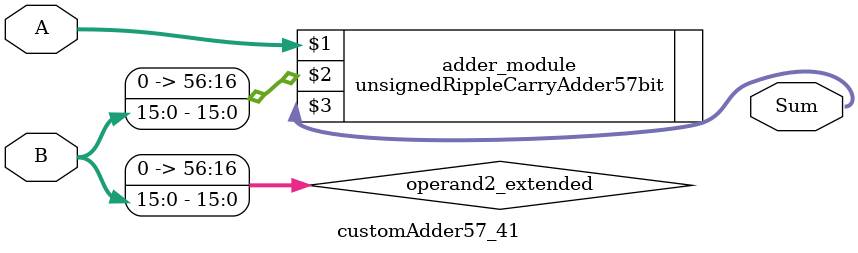
<source format=v>
module customAdder57_41(
                        input [56 : 0] A,
                        input [15 : 0] B,
                        
                        output [57 : 0] Sum
                );

        wire [56 : 0] operand2_extended;
        
        assign operand2_extended =  {41'b0, B};
        
        unsignedRippleCarryAdder57bit adder_module(
            A,
            operand2_extended,
            Sum
        );
        
        endmodule
        
</source>
